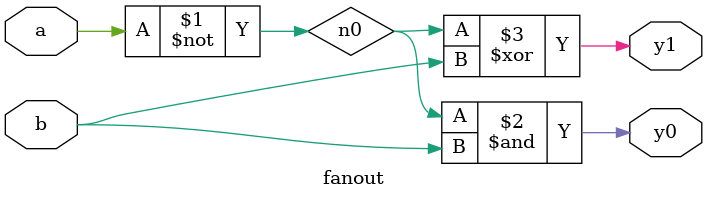
<source format=v>
module fanout (
	input		a,
	input		b,
	output	y0,
	output	y1
	);
	
	wire n0;
	
	assign n0 = ~a;
	assign y0 = n0 & b;
	assign y1 = n0 ^ b;
	
endmodule


</source>
